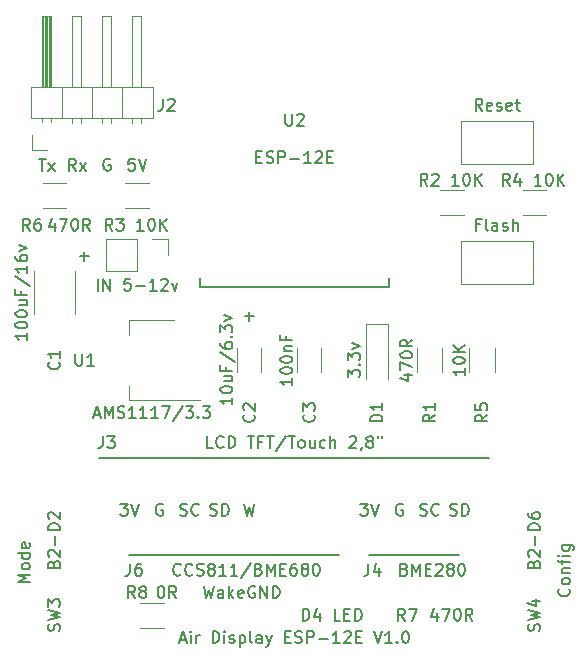
<source format=gto>
G04 #@! TF.FileFunction,Legend,Top*
%FSLAX46Y46*%
G04 Gerber Fmt 4.6, Leading zero omitted, Abs format (unit mm)*
G04 Created by KiCad (PCBNEW 4.0.7) date 05/23/18 23:06:23*
%MOMM*%
%LPD*%
G01*
G04 APERTURE LIST*
%ADD10C,0.100000*%
%ADD11C,0.150000*%
%ADD12C,0.200000*%
%ADD13C,0.120000*%
%ADD14C,0.152400*%
G04 APERTURE END LIST*
D10*
D11*
X-161472619Y29448333D02*
X-162472619Y29448333D01*
X-161758333Y29781667D01*
X-162472619Y30115000D01*
X-161472619Y30115000D01*
X-161472619Y30734047D02*
X-161520238Y30638809D01*
X-161567857Y30591190D01*
X-161663095Y30543571D01*
X-161948810Y30543571D01*
X-162044048Y30591190D01*
X-162091667Y30638809D01*
X-162139286Y30734047D01*
X-162139286Y30876905D01*
X-162091667Y30972143D01*
X-162044048Y31019762D01*
X-161948810Y31067381D01*
X-161663095Y31067381D01*
X-161567857Y31019762D01*
X-161520238Y30972143D01*
X-161472619Y30876905D01*
X-161472619Y30734047D01*
X-161472619Y31924524D02*
X-162472619Y31924524D01*
X-161520238Y31924524D02*
X-161472619Y31829286D01*
X-161472619Y31638809D01*
X-161520238Y31543571D01*
X-161567857Y31495952D01*
X-161663095Y31448333D01*
X-161948810Y31448333D01*
X-162044048Y31495952D01*
X-162091667Y31543571D01*
X-162139286Y31638809D01*
X-162139286Y31829286D01*
X-162091667Y31924524D01*
X-161520238Y32781667D02*
X-161472619Y32686429D01*
X-161472619Y32495952D01*
X-161520238Y32400714D01*
X-161615476Y32353095D01*
X-161996429Y32353095D01*
X-162091667Y32400714D01*
X-162139286Y32495952D01*
X-162139286Y32686429D01*
X-162091667Y32781667D01*
X-161996429Y32829286D01*
X-161901190Y32829286D01*
X-161805952Y32353095D01*
X-115847857Y28908572D02*
X-115800238Y28860953D01*
X-115752619Y28718096D01*
X-115752619Y28622858D01*
X-115800238Y28480000D01*
X-115895476Y28384762D01*
X-115990714Y28337143D01*
X-116181190Y28289524D01*
X-116324048Y28289524D01*
X-116514524Y28337143D01*
X-116609762Y28384762D01*
X-116705000Y28480000D01*
X-116752619Y28622858D01*
X-116752619Y28718096D01*
X-116705000Y28860953D01*
X-116657381Y28908572D01*
X-115752619Y29480000D02*
X-115800238Y29384762D01*
X-115847857Y29337143D01*
X-115943095Y29289524D01*
X-116228810Y29289524D01*
X-116324048Y29337143D01*
X-116371667Y29384762D01*
X-116419286Y29480000D01*
X-116419286Y29622858D01*
X-116371667Y29718096D01*
X-116324048Y29765715D01*
X-116228810Y29813334D01*
X-115943095Y29813334D01*
X-115847857Y29765715D01*
X-115800238Y29718096D01*
X-115752619Y29622858D01*
X-115752619Y29480000D01*
X-116419286Y30241905D02*
X-115752619Y30241905D01*
X-116324048Y30241905D02*
X-116371667Y30289524D01*
X-116419286Y30384762D01*
X-116419286Y30527620D01*
X-116371667Y30622858D01*
X-116276429Y30670477D01*
X-115752619Y30670477D01*
X-116419286Y31003810D02*
X-116419286Y31384762D01*
X-115752619Y31146667D02*
X-116609762Y31146667D01*
X-116705000Y31194286D01*
X-116752619Y31289524D01*
X-116752619Y31384762D01*
X-115752619Y31718096D02*
X-116419286Y31718096D01*
X-116752619Y31718096D02*
X-116705000Y31670477D01*
X-116657381Y31718096D01*
X-116705000Y31765715D01*
X-116752619Y31718096D01*
X-116657381Y31718096D01*
X-116419286Y32622858D02*
X-115609762Y32622858D01*
X-115514524Y32575239D01*
X-115466905Y32527620D01*
X-115419286Y32432381D01*
X-115419286Y32289524D01*
X-115466905Y32194286D01*
X-115800238Y32622858D02*
X-115752619Y32527620D01*
X-115752619Y32337143D01*
X-115800238Y32241905D01*
X-115847857Y32194286D01*
X-115943095Y32146667D01*
X-116228810Y32146667D01*
X-116324048Y32194286D01*
X-116371667Y32241905D01*
X-116419286Y32337143D01*
X-116419286Y32527620D01*
X-116371667Y32622858D01*
D12*
X-148755477Y24598333D02*
X-148279286Y24598333D01*
X-148850715Y24312619D02*
X-148517382Y25312619D01*
X-148184048Y24312619D01*
X-147850715Y24312619D02*
X-147850715Y24979286D01*
X-147850715Y25312619D02*
X-147898334Y25265000D01*
X-147850715Y25217381D01*
X-147803096Y25265000D01*
X-147850715Y25312619D01*
X-147850715Y25217381D01*
X-147374525Y24312619D02*
X-147374525Y24979286D01*
X-147374525Y24788810D02*
X-147326906Y24884048D01*
X-147279287Y24931667D01*
X-147184049Y24979286D01*
X-147088810Y24979286D01*
X-145993572Y24312619D02*
X-145993572Y25312619D01*
X-145755477Y25312619D01*
X-145612619Y25265000D01*
X-145517381Y25169762D01*
X-145469762Y25074524D01*
X-145422143Y24884048D01*
X-145422143Y24741190D01*
X-145469762Y24550714D01*
X-145517381Y24455476D01*
X-145612619Y24360238D01*
X-145755477Y24312619D01*
X-145993572Y24312619D01*
X-144993572Y24312619D02*
X-144993572Y24979286D01*
X-144993572Y25312619D02*
X-145041191Y25265000D01*
X-144993572Y25217381D01*
X-144945953Y25265000D01*
X-144993572Y25312619D01*
X-144993572Y25217381D01*
X-144565001Y24360238D02*
X-144469763Y24312619D01*
X-144279287Y24312619D01*
X-144184048Y24360238D01*
X-144136429Y24455476D01*
X-144136429Y24503095D01*
X-144184048Y24598333D01*
X-144279287Y24645952D01*
X-144422144Y24645952D01*
X-144517382Y24693571D01*
X-144565001Y24788810D01*
X-144565001Y24836429D01*
X-144517382Y24931667D01*
X-144422144Y24979286D01*
X-144279287Y24979286D01*
X-144184048Y24931667D01*
X-143707858Y24979286D02*
X-143707858Y23979286D01*
X-143707858Y24931667D02*
X-143612620Y24979286D01*
X-143422143Y24979286D01*
X-143326905Y24931667D01*
X-143279286Y24884048D01*
X-143231667Y24788810D01*
X-143231667Y24503095D01*
X-143279286Y24407857D01*
X-143326905Y24360238D01*
X-143422143Y24312619D01*
X-143612620Y24312619D01*
X-143707858Y24360238D01*
X-142660239Y24312619D02*
X-142755477Y24360238D01*
X-142803096Y24455476D01*
X-142803096Y25312619D01*
X-141850714Y24312619D02*
X-141850714Y24836429D01*
X-141898333Y24931667D01*
X-141993571Y24979286D01*
X-142184048Y24979286D01*
X-142279286Y24931667D01*
X-141850714Y24360238D02*
X-141945952Y24312619D01*
X-142184048Y24312619D01*
X-142279286Y24360238D01*
X-142326905Y24455476D01*
X-142326905Y24550714D01*
X-142279286Y24645952D01*
X-142184048Y24693571D01*
X-141945952Y24693571D01*
X-141850714Y24741190D01*
X-141469762Y24979286D02*
X-141231667Y24312619D01*
X-140993571Y24979286D02*
X-141231667Y24312619D01*
X-141326905Y24074524D01*
X-141374524Y24026905D01*
X-141469762Y23979286D01*
X-139850714Y24836429D02*
X-139517380Y24836429D01*
X-139374523Y24312619D02*
X-139850714Y24312619D01*
X-139850714Y25312619D01*
X-139374523Y25312619D01*
X-138993571Y24360238D02*
X-138850714Y24312619D01*
X-138612618Y24312619D01*
X-138517380Y24360238D01*
X-138469761Y24407857D01*
X-138422142Y24503095D01*
X-138422142Y24598333D01*
X-138469761Y24693571D01*
X-138517380Y24741190D01*
X-138612618Y24788810D01*
X-138803095Y24836429D01*
X-138898333Y24884048D01*
X-138945952Y24931667D01*
X-138993571Y25026905D01*
X-138993571Y25122143D01*
X-138945952Y25217381D01*
X-138898333Y25265000D01*
X-138803095Y25312619D01*
X-138564999Y25312619D01*
X-138422142Y25265000D01*
X-137993571Y24312619D02*
X-137993571Y25312619D01*
X-137612618Y25312619D01*
X-137517380Y25265000D01*
X-137469761Y25217381D01*
X-137422142Y25122143D01*
X-137422142Y24979286D01*
X-137469761Y24884048D01*
X-137517380Y24836429D01*
X-137612618Y24788810D01*
X-137993571Y24788810D01*
X-136993571Y24693571D02*
X-136231666Y24693571D01*
X-135231666Y24312619D02*
X-135803095Y24312619D01*
X-135517381Y24312619D02*
X-135517381Y25312619D01*
X-135612619Y25169762D01*
X-135707857Y25074524D01*
X-135803095Y25026905D01*
X-134850714Y25217381D02*
X-134803095Y25265000D01*
X-134707857Y25312619D01*
X-134469761Y25312619D01*
X-134374523Y25265000D01*
X-134326904Y25217381D01*
X-134279285Y25122143D01*
X-134279285Y25026905D01*
X-134326904Y24884048D01*
X-134898333Y24312619D01*
X-134279285Y24312619D01*
X-133850714Y24836429D02*
X-133517380Y24836429D01*
X-133374523Y24312619D02*
X-133850714Y24312619D01*
X-133850714Y25312619D01*
X-133374523Y25312619D01*
X-132326904Y25312619D02*
X-131993571Y24312619D01*
X-131660237Y25312619D01*
X-130803094Y24312619D02*
X-131374523Y24312619D01*
X-131088809Y24312619D02*
X-131088809Y25312619D01*
X-131184047Y25169762D01*
X-131279285Y25074524D01*
X-131374523Y25026905D01*
X-130374523Y24407857D02*
X-130326904Y24360238D01*
X-130374523Y24312619D01*
X-130422142Y24360238D01*
X-130374523Y24407857D01*
X-130374523Y24312619D01*
X-129707857Y25312619D02*
X-129612618Y25312619D01*
X-129517380Y25265000D01*
X-129469761Y25217381D01*
X-129422142Y25122143D01*
X-129374523Y24931667D01*
X-129374523Y24693571D01*
X-129422142Y24503095D01*
X-129469761Y24407857D01*
X-129517380Y24360238D01*
X-129612618Y24312619D01*
X-129707857Y24312619D01*
X-129803095Y24360238D01*
X-129850714Y24407857D01*
X-129898333Y24503095D01*
X-129945952Y24693571D01*
X-129945952Y24931667D01*
X-129898333Y25122143D01*
X-129850714Y25217381D01*
X-129803095Y25265000D01*
X-129707857Y25312619D01*
X-155575000Y40005000D02*
X-122555000Y40005000D01*
X-132715000Y31750000D02*
X-125095000Y31750000D01*
D11*
X-125880714Y35155238D02*
X-125737857Y35107619D01*
X-125499761Y35107619D01*
X-125404523Y35155238D01*
X-125356904Y35202857D01*
X-125309285Y35298095D01*
X-125309285Y35393333D01*
X-125356904Y35488571D01*
X-125404523Y35536190D01*
X-125499761Y35583810D01*
X-125690238Y35631429D01*
X-125785476Y35679048D01*
X-125833095Y35726667D01*
X-125880714Y35821905D01*
X-125880714Y35917143D01*
X-125833095Y36012381D01*
X-125785476Y36060000D01*
X-125690238Y36107619D01*
X-125452142Y36107619D01*
X-125309285Y36060000D01*
X-124880714Y35107619D02*
X-124880714Y36107619D01*
X-124642619Y36107619D01*
X-124499761Y36060000D01*
X-124404523Y35964762D01*
X-124356904Y35869524D01*
X-124309285Y35679048D01*
X-124309285Y35536190D01*
X-124356904Y35345714D01*
X-124404523Y35250476D01*
X-124499761Y35155238D01*
X-124642619Y35107619D01*
X-124880714Y35107619D01*
X-128420714Y35155238D02*
X-128277857Y35107619D01*
X-128039761Y35107619D01*
X-127944523Y35155238D01*
X-127896904Y35202857D01*
X-127849285Y35298095D01*
X-127849285Y35393333D01*
X-127896904Y35488571D01*
X-127944523Y35536190D01*
X-128039761Y35583810D01*
X-128230238Y35631429D01*
X-128325476Y35679048D01*
X-128373095Y35726667D01*
X-128420714Y35821905D01*
X-128420714Y35917143D01*
X-128373095Y36012381D01*
X-128325476Y36060000D01*
X-128230238Y36107619D01*
X-127992142Y36107619D01*
X-127849285Y36060000D01*
X-126849285Y35202857D02*
X-126896904Y35155238D01*
X-127039761Y35107619D01*
X-127134999Y35107619D01*
X-127277857Y35155238D01*
X-127373095Y35250476D01*
X-127420714Y35345714D01*
X-127468333Y35536190D01*
X-127468333Y35679048D01*
X-127420714Y35869524D01*
X-127373095Y35964762D01*
X-127277857Y36060000D01*
X-127134999Y36107619D01*
X-127039761Y36107619D01*
X-126896904Y36060000D01*
X-126849285Y36012381D01*
X-129913095Y36060000D02*
X-130008333Y36107619D01*
X-130151190Y36107619D01*
X-130294048Y36060000D01*
X-130389286Y35964762D01*
X-130436905Y35869524D01*
X-130484524Y35679048D01*
X-130484524Y35536190D01*
X-130436905Y35345714D01*
X-130389286Y35250476D01*
X-130294048Y35155238D01*
X-130151190Y35107619D01*
X-130055952Y35107619D01*
X-129913095Y35155238D01*
X-129865476Y35202857D01*
X-129865476Y35536190D01*
X-130055952Y35536190D01*
X-133476905Y36107619D02*
X-132857857Y36107619D01*
X-133191191Y35726667D01*
X-133048333Y35726667D01*
X-132953095Y35679048D01*
X-132905476Y35631429D01*
X-132857857Y35536190D01*
X-132857857Y35298095D01*
X-132905476Y35202857D01*
X-132953095Y35155238D01*
X-133048333Y35107619D01*
X-133334048Y35107619D01*
X-133429286Y35155238D01*
X-133476905Y35202857D01*
X-132572143Y36107619D02*
X-132238810Y35107619D01*
X-131905476Y36107619D01*
X-143303571Y36107619D02*
X-143065476Y35107619D01*
X-142874999Y35821905D01*
X-142684523Y35107619D01*
X-142446428Y36107619D01*
X-146200714Y35155238D02*
X-146057857Y35107619D01*
X-145819761Y35107619D01*
X-145724523Y35155238D01*
X-145676904Y35202857D01*
X-145629285Y35298095D01*
X-145629285Y35393333D01*
X-145676904Y35488571D01*
X-145724523Y35536190D01*
X-145819761Y35583810D01*
X-146010238Y35631429D01*
X-146105476Y35679048D01*
X-146153095Y35726667D01*
X-146200714Y35821905D01*
X-146200714Y35917143D01*
X-146153095Y36012381D01*
X-146105476Y36060000D01*
X-146010238Y36107619D01*
X-145772142Y36107619D01*
X-145629285Y36060000D01*
X-145200714Y35107619D02*
X-145200714Y36107619D01*
X-144962619Y36107619D01*
X-144819761Y36060000D01*
X-144724523Y35964762D01*
X-144676904Y35869524D01*
X-144629285Y35679048D01*
X-144629285Y35536190D01*
X-144676904Y35345714D01*
X-144724523Y35250476D01*
X-144819761Y35155238D01*
X-144962619Y35107619D01*
X-145200714Y35107619D01*
X-148740714Y35155238D02*
X-148597857Y35107619D01*
X-148359761Y35107619D01*
X-148264523Y35155238D01*
X-148216904Y35202857D01*
X-148169285Y35298095D01*
X-148169285Y35393333D01*
X-148216904Y35488571D01*
X-148264523Y35536190D01*
X-148359761Y35583810D01*
X-148550238Y35631429D01*
X-148645476Y35679048D01*
X-148693095Y35726667D01*
X-148740714Y35821905D01*
X-148740714Y35917143D01*
X-148693095Y36012381D01*
X-148645476Y36060000D01*
X-148550238Y36107619D01*
X-148312142Y36107619D01*
X-148169285Y36060000D01*
X-147169285Y35202857D02*
X-147216904Y35155238D01*
X-147359761Y35107619D01*
X-147454999Y35107619D01*
X-147597857Y35155238D01*
X-147693095Y35250476D01*
X-147740714Y35345714D01*
X-147788333Y35536190D01*
X-147788333Y35679048D01*
X-147740714Y35869524D01*
X-147693095Y35964762D01*
X-147597857Y36060000D01*
X-147454999Y36107619D01*
X-147359761Y36107619D01*
X-147216904Y36060000D01*
X-147169285Y36012381D01*
X-153796905Y36107619D02*
X-153177857Y36107619D01*
X-153511191Y35726667D01*
X-153368333Y35726667D01*
X-153273095Y35679048D01*
X-153225476Y35631429D01*
X-153177857Y35536190D01*
X-153177857Y35298095D01*
X-153225476Y35202857D01*
X-153273095Y35155238D01*
X-153368333Y35107619D01*
X-153654048Y35107619D01*
X-153749286Y35155238D01*
X-153796905Y35202857D01*
X-152892143Y36107619D02*
X-152558810Y35107619D01*
X-152225476Y36107619D01*
X-150233095Y36060000D02*
X-150328333Y36107619D01*
X-150471190Y36107619D01*
X-150614048Y36060000D01*
X-150709286Y35964762D01*
X-150756905Y35869524D01*
X-150804524Y35679048D01*
X-150804524Y35536190D01*
X-150756905Y35345714D01*
X-150709286Y35250476D01*
X-150614048Y35155238D01*
X-150471190Y35107619D01*
X-150375952Y35107619D01*
X-150233095Y35155238D01*
X-150185476Y35202857D01*
X-150185476Y35536190D01*
X-150375952Y35536190D01*
D12*
X-135255000Y31750000D02*
X-153035000Y31750000D01*
D11*
X-143255952Y51998571D02*
X-142494047Y51998571D01*
X-142874999Y51617619D02*
X-142874999Y52379524D01*
X-157225952Y57078571D02*
X-156464047Y57078571D01*
X-156844999Y56697619D02*
X-156844999Y57459524D01*
X-152590476Y65317619D02*
X-153066667Y65317619D01*
X-153114286Y64841429D01*
X-153066667Y64889048D01*
X-152971429Y64936667D01*
X-152733333Y64936667D01*
X-152638095Y64889048D01*
X-152590476Y64841429D01*
X-152542857Y64746190D01*
X-152542857Y64508095D01*
X-152590476Y64412857D01*
X-152638095Y64365238D01*
X-152733333Y64317619D01*
X-152971429Y64317619D01*
X-153066667Y64365238D01*
X-153114286Y64412857D01*
X-152257143Y65317619D02*
X-151923810Y64317619D01*
X-151590476Y65317619D01*
X-154678095Y65270000D02*
X-154773333Y65317619D01*
X-154916190Y65317619D01*
X-155059048Y65270000D01*
X-155154286Y65174762D01*
X-155201905Y65079524D01*
X-155249524Y64889048D01*
X-155249524Y64746190D01*
X-155201905Y64555714D01*
X-155154286Y64460476D01*
X-155059048Y64365238D01*
X-154916190Y64317619D01*
X-154820952Y64317619D01*
X-154678095Y64365238D01*
X-154630476Y64412857D01*
X-154630476Y64746190D01*
X-154820952Y64746190D01*
X-157575238Y64317619D02*
X-157908572Y64793810D01*
X-158146667Y64317619D02*
X-158146667Y65317619D01*
X-157765714Y65317619D01*
X-157670476Y65270000D01*
X-157622857Y65222381D01*
X-157575238Y65127143D01*
X-157575238Y64984286D01*
X-157622857Y64889048D01*
X-157670476Y64841429D01*
X-157765714Y64793810D01*
X-158146667Y64793810D01*
X-157241905Y64317619D02*
X-156718095Y64984286D01*
X-157241905Y64984286D02*
X-156718095Y64317619D01*
X-160710476Y65317619D02*
X-160139047Y65317619D01*
X-160424762Y64317619D02*
X-160424762Y65317619D01*
X-159900952Y64317619D02*
X-159377142Y64984286D01*
X-159900952Y64984286D02*
X-159377142Y64317619D01*
D13*
X-136775000Y47260000D02*
X-136775000Y49260000D01*
X-138815000Y49260000D02*
X-138815000Y47260000D01*
X-131130000Y51360000D02*
X-133030000Y51360000D01*
X-133030000Y51360000D02*
X-133030000Y46660000D01*
X-131130000Y51360000D02*
X-131130000Y46660000D01*
X-128705000Y47260000D02*
X-128705000Y49260000D01*
X-126565000Y49260000D02*
X-126565000Y47260000D01*
X-126730000Y62665000D02*
X-124730000Y62665000D01*
X-124730000Y60525000D02*
X-126730000Y60525000D01*
X-151400000Y61160000D02*
X-153400000Y61160000D01*
X-153400000Y63300000D02*
X-151400000Y63300000D01*
X-119745000Y62665000D02*
X-117745000Y62665000D01*
X-117745000Y60525000D02*
X-119745000Y60525000D01*
X-122120000Y49260000D02*
X-122120000Y47260000D01*
X-124260000Y47260000D02*
X-124260000Y49260000D01*
X-118860000Y64865000D02*
X-124980000Y64865000D01*
X-124980000Y64865000D02*
X-124980000Y68485000D01*
X-124980000Y68485000D02*
X-118860000Y68485000D01*
X-118860000Y68485000D02*
X-118860000Y64865000D01*
X-118860000Y54705000D02*
X-124980000Y54705000D01*
X-124980000Y54705000D02*
X-124980000Y58325000D01*
X-124980000Y58325000D02*
X-118860000Y58325000D01*
X-118860000Y58325000D02*
X-118860000Y54705000D01*
X-153040000Y51670000D02*
X-153040000Y50410000D01*
X-153040000Y44850000D02*
X-153040000Y46110000D01*
X-149280000Y51670000D02*
X-153040000Y51670000D01*
X-147030000Y44850000D02*
X-153040000Y44850000D01*
X-157655000Y52175000D02*
X-157655000Y55775000D01*
X-161115000Y55775000D02*
X-161115000Y52175000D01*
X-141855000Y47260000D02*
X-141855000Y49260000D01*
X-143895000Y49260000D02*
X-143895000Y47260000D01*
X-158385000Y61160000D02*
X-160385000Y61160000D01*
X-160385000Y63300000D02*
X-158385000Y63300000D01*
D14*
X-147026000Y55191000D02*
X-147026000Y54429000D01*
X-147026000Y54429000D02*
X-131024000Y54429000D01*
X-131024000Y54429000D02*
X-131024000Y55191000D01*
D13*
X-161350000Y68750000D02*
X-151070000Y68750000D01*
X-151070000Y68750000D02*
X-151070000Y71410000D01*
X-151070000Y71410000D02*
X-161350000Y71410000D01*
X-161350000Y71410000D02*
X-161350000Y68750000D01*
X-160400000Y71410000D02*
X-160400000Y77410000D01*
X-160400000Y77410000D02*
X-159640000Y77410000D01*
X-159640000Y77410000D02*
X-159640000Y71410000D01*
X-160340000Y71410000D02*
X-160340000Y77410000D01*
X-160220000Y71410000D02*
X-160220000Y77410000D01*
X-160100000Y71410000D02*
X-160100000Y77410000D01*
X-159980000Y71410000D02*
X-159980000Y77410000D01*
X-159860000Y71410000D02*
X-159860000Y77410000D01*
X-159740000Y71410000D02*
X-159740000Y77410000D01*
X-160400000Y68420000D02*
X-160400000Y68750000D01*
X-159640000Y68420000D02*
X-159640000Y68750000D01*
X-158750000Y68750000D02*
X-158750000Y71410000D01*
X-157860000Y71410000D02*
X-157860000Y77410000D01*
X-157860000Y77410000D02*
X-157100000Y77410000D01*
X-157100000Y77410000D02*
X-157100000Y71410000D01*
X-157860000Y68352929D02*
X-157860000Y68750000D01*
X-157100000Y68352929D02*
X-157100000Y68750000D01*
X-156210000Y68750000D02*
X-156210000Y71410000D01*
X-155320000Y71410000D02*
X-155320000Y77410000D01*
X-155320000Y77410000D02*
X-154560000Y77410000D01*
X-154560000Y77410000D02*
X-154560000Y71410000D01*
X-155320000Y68352929D02*
X-155320000Y68750000D01*
X-154560000Y68352929D02*
X-154560000Y68750000D01*
X-153670000Y68750000D02*
X-153670000Y71410000D01*
X-152780000Y71410000D02*
X-152780000Y77410000D01*
X-152780000Y77410000D02*
X-152020000Y77410000D01*
X-152020000Y77410000D02*
X-152020000Y71410000D01*
X-152780000Y68352929D02*
X-152780000Y68750000D01*
X-152020000Y68352929D02*
X-152020000Y68750000D01*
X-160020000Y66040000D02*
X-161290000Y66040000D01*
X-161290000Y66040000D02*
X-161290000Y67310000D01*
X-155000000Y58480000D02*
X-155000000Y55820000D01*
X-152400000Y58480000D02*
X-155000000Y58480000D01*
X-152400000Y55820000D02*
X-155000000Y55820000D01*
X-152400000Y58480000D02*
X-152400000Y55820000D01*
X-151130000Y58480000D02*
X-149800000Y58480000D01*
X-149800000Y58480000D02*
X-149800000Y57150000D01*
X-152130000Y27740000D02*
X-150130000Y27740000D01*
X-150130000Y25600000D02*
X-152130000Y25600000D01*
D11*
X-132794333Y31027619D02*
X-132794333Y30313333D01*
X-132841953Y30170476D01*
X-132937191Y30075238D01*
X-133080048Y30027619D01*
X-133175286Y30027619D01*
X-131889571Y30694286D02*
X-131889571Y30027619D01*
X-132127667Y31075238D02*
X-132365762Y30360952D01*
X-131746714Y30360952D01*
X-129761952Y30551429D02*
X-129619095Y30503810D01*
X-129571476Y30456190D01*
X-129523857Y30360952D01*
X-129523857Y30218095D01*
X-129571476Y30122857D01*
X-129619095Y30075238D01*
X-129714333Y30027619D01*
X-130095286Y30027619D01*
X-130095286Y31027619D01*
X-129761952Y31027619D01*
X-129666714Y30980000D01*
X-129619095Y30932381D01*
X-129571476Y30837143D01*
X-129571476Y30741905D01*
X-129619095Y30646667D01*
X-129666714Y30599048D01*
X-129761952Y30551429D01*
X-130095286Y30551429D01*
X-129095286Y30027619D02*
X-129095286Y31027619D01*
X-128761952Y30313333D01*
X-128428619Y31027619D01*
X-128428619Y30027619D01*
X-127952429Y30551429D02*
X-127619095Y30551429D01*
X-127476238Y30027619D02*
X-127952429Y30027619D01*
X-127952429Y31027619D01*
X-127476238Y31027619D01*
X-127095286Y30932381D02*
X-127047667Y30980000D01*
X-126952429Y31027619D01*
X-126714333Y31027619D01*
X-126619095Y30980000D01*
X-126571476Y30932381D01*
X-126523857Y30837143D01*
X-126523857Y30741905D01*
X-126571476Y30599048D01*
X-127142905Y30027619D01*
X-126523857Y30027619D01*
X-125952429Y30599048D02*
X-126047667Y30646667D01*
X-126095286Y30694286D01*
X-126142905Y30789524D01*
X-126142905Y30837143D01*
X-126095286Y30932381D01*
X-126047667Y30980000D01*
X-125952429Y31027619D01*
X-125761952Y31027619D01*
X-125666714Y30980000D01*
X-125619095Y30932381D01*
X-125571476Y30837143D01*
X-125571476Y30789524D01*
X-125619095Y30694286D01*
X-125666714Y30646667D01*
X-125761952Y30599048D01*
X-125952429Y30599048D01*
X-126047667Y30551429D01*
X-126095286Y30503810D01*
X-126142905Y30408571D01*
X-126142905Y30218095D01*
X-126095286Y30122857D01*
X-126047667Y30075238D01*
X-125952429Y30027619D01*
X-125761952Y30027619D01*
X-125666714Y30075238D01*
X-125619095Y30122857D01*
X-125571476Y30218095D01*
X-125571476Y30408571D01*
X-125619095Y30503810D01*
X-125666714Y30551429D01*
X-125761952Y30599048D01*
X-124952429Y31027619D02*
X-124857190Y31027619D01*
X-124761952Y30980000D01*
X-124714333Y30932381D01*
X-124666714Y30837143D01*
X-124619095Y30646667D01*
X-124619095Y30408571D01*
X-124666714Y30218095D01*
X-124714333Y30122857D01*
X-124761952Y30075238D01*
X-124857190Y30027619D01*
X-124952429Y30027619D01*
X-125047667Y30075238D01*
X-125095286Y30122857D01*
X-125142905Y30218095D01*
X-125190524Y30408571D01*
X-125190524Y30646667D01*
X-125142905Y30837143D01*
X-125095286Y30932381D01*
X-125047667Y30980000D01*
X-124952429Y31027619D01*
X-137437857Y43648334D02*
X-137390238Y43600715D01*
X-137342619Y43457858D01*
X-137342619Y43362620D01*
X-137390238Y43219762D01*
X-137485476Y43124524D01*
X-137580714Y43076905D01*
X-137771190Y43029286D01*
X-137914048Y43029286D01*
X-138104524Y43076905D01*
X-138199762Y43124524D01*
X-138295000Y43219762D01*
X-138342619Y43362620D01*
X-138342619Y43457858D01*
X-138295000Y43600715D01*
X-138247381Y43648334D01*
X-138342619Y43981667D02*
X-138342619Y44600715D01*
X-137961667Y44267381D01*
X-137961667Y44410239D01*
X-137914048Y44505477D01*
X-137866429Y44553096D01*
X-137771190Y44600715D01*
X-137533095Y44600715D01*
X-137437857Y44553096D01*
X-137390238Y44505477D01*
X-137342619Y44410239D01*
X-137342619Y44124524D01*
X-137390238Y44029286D01*
X-137437857Y43981667D01*
X-139247619Y46712381D02*
X-139247619Y46140952D01*
X-139247619Y46426666D02*
X-140247619Y46426666D01*
X-140104762Y46331428D01*
X-140009524Y46236190D01*
X-139961905Y46140952D01*
X-140247619Y47331428D02*
X-140247619Y47426667D01*
X-140200000Y47521905D01*
X-140152381Y47569524D01*
X-140057143Y47617143D01*
X-139866667Y47664762D01*
X-139628571Y47664762D01*
X-139438095Y47617143D01*
X-139342857Y47569524D01*
X-139295238Y47521905D01*
X-139247619Y47426667D01*
X-139247619Y47331428D01*
X-139295238Y47236190D01*
X-139342857Y47188571D01*
X-139438095Y47140952D01*
X-139628571Y47093333D01*
X-139866667Y47093333D01*
X-140057143Y47140952D01*
X-140152381Y47188571D01*
X-140200000Y47236190D01*
X-140247619Y47331428D01*
X-140247619Y48283809D02*
X-140247619Y48379048D01*
X-140200000Y48474286D01*
X-140152381Y48521905D01*
X-140057143Y48569524D01*
X-139866667Y48617143D01*
X-139628571Y48617143D01*
X-139438095Y48569524D01*
X-139342857Y48521905D01*
X-139295238Y48474286D01*
X-139247619Y48379048D01*
X-139247619Y48283809D01*
X-139295238Y48188571D01*
X-139342857Y48140952D01*
X-139438095Y48093333D01*
X-139628571Y48045714D01*
X-139866667Y48045714D01*
X-140057143Y48093333D01*
X-140152381Y48140952D01*
X-140200000Y48188571D01*
X-140247619Y48283809D01*
X-139914286Y49045714D02*
X-139247619Y49045714D01*
X-139819048Y49045714D02*
X-139866667Y49093333D01*
X-139914286Y49188571D01*
X-139914286Y49331429D01*
X-139866667Y49426667D01*
X-139771429Y49474286D01*
X-139247619Y49474286D01*
X-139771429Y50283810D02*
X-139771429Y49950476D01*
X-139247619Y49950476D02*
X-140247619Y49950476D01*
X-140247619Y50426667D01*
X-131627619Y43076905D02*
X-132627619Y43076905D01*
X-132627619Y43315000D01*
X-132580000Y43457858D01*
X-132484762Y43553096D01*
X-132389524Y43600715D01*
X-132199048Y43648334D01*
X-132056190Y43648334D01*
X-131865714Y43600715D01*
X-131770476Y43553096D01*
X-131675238Y43457858D01*
X-131627619Y43315000D01*
X-131627619Y43076905D01*
X-131627619Y44600715D02*
X-131627619Y44029286D01*
X-131627619Y44315000D02*
X-132627619Y44315000D01*
X-132484762Y44219762D01*
X-132389524Y44124524D01*
X-132341905Y44029286D01*
X-134532619Y46831429D02*
X-134532619Y47450477D01*
X-134151667Y47117143D01*
X-134151667Y47260001D01*
X-134104048Y47355239D01*
X-134056429Y47402858D01*
X-133961190Y47450477D01*
X-133723095Y47450477D01*
X-133627857Y47402858D01*
X-133580238Y47355239D01*
X-133532619Y47260001D01*
X-133532619Y46974286D01*
X-133580238Y46879048D01*
X-133627857Y46831429D01*
X-133627857Y47879048D02*
X-133580238Y47926667D01*
X-133532619Y47879048D01*
X-133580238Y47831429D01*
X-133627857Y47879048D01*
X-133532619Y47879048D01*
X-134532619Y48260000D02*
X-134532619Y48879048D01*
X-134151667Y48545714D01*
X-134151667Y48688572D01*
X-134104048Y48783810D01*
X-134056429Y48831429D01*
X-133961190Y48879048D01*
X-133723095Y48879048D01*
X-133627857Y48831429D01*
X-133580238Y48783810D01*
X-133532619Y48688572D01*
X-133532619Y48402857D01*
X-133580238Y48307619D01*
X-133627857Y48260000D01*
X-134199286Y49212381D02*
X-133532619Y49450476D01*
X-134199286Y49688572D01*
X-127182619Y43648334D02*
X-127658810Y43315000D01*
X-127182619Y43076905D02*
X-128182619Y43076905D01*
X-128182619Y43457858D01*
X-128135000Y43553096D01*
X-128087381Y43600715D01*
X-127992143Y43648334D01*
X-127849286Y43648334D01*
X-127754048Y43600715D01*
X-127706429Y43553096D01*
X-127658810Y43457858D01*
X-127658810Y43076905D01*
X-127182619Y44600715D02*
X-127182619Y44029286D01*
X-127182619Y44315000D02*
X-128182619Y44315000D01*
X-128039762Y44219762D01*
X-127944524Y44124524D01*
X-127896905Y44029286D01*
X-129754286Y46998096D02*
X-129087619Y46998096D01*
X-130135238Y46760000D02*
X-129420952Y46521905D01*
X-129420952Y47140953D01*
X-130087619Y47426667D02*
X-130087619Y48093334D01*
X-129087619Y47664762D01*
X-130087619Y48664762D02*
X-130087619Y48760001D01*
X-130040000Y48855239D01*
X-129992381Y48902858D01*
X-129897143Y48950477D01*
X-129706667Y48998096D01*
X-129468571Y48998096D01*
X-129278095Y48950477D01*
X-129182857Y48902858D01*
X-129135238Y48855239D01*
X-129087619Y48760001D01*
X-129087619Y48664762D01*
X-129135238Y48569524D01*
X-129182857Y48521905D01*
X-129278095Y48474286D01*
X-129468571Y48426667D01*
X-129706667Y48426667D01*
X-129897143Y48474286D01*
X-129992381Y48521905D01*
X-130040000Y48569524D01*
X-130087619Y48664762D01*
X-129087619Y49998096D02*
X-129563810Y49664762D01*
X-129087619Y49426667D02*
X-130087619Y49426667D01*
X-130087619Y49807620D01*
X-130040000Y49902858D01*
X-129992381Y49950477D01*
X-129897143Y49998096D01*
X-129754286Y49998096D01*
X-129659048Y49950477D01*
X-129611429Y49902858D01*
X-129563810Y49807620D01*
X-129563810Y49426667D01*
X-127801666Y63047619D02*
X-128135000Y63523810D01*
X-128373095Y63047619D02*
X-128373095Y64047619D01*
X-127992142Y64047619D01*
X-127896904Y64000000D01*
X-127849285Y63952381D01*
X-127801666Y63857143D01*
X-127801666Y63714286D01*
X-127849285Y63619048D01*
X-127896904Y63571429D01*
X-127992142Y63523810D01*
X-128373095Y63523810D01*
X-127420714Y63952381D02*
X-127373095Y64000000D01*
X-127277857Y64047619D01*
X-127039761Y64047619D01*
X-126944523Y64000000D01*
X-126896904Y63952381D01*
X-126849285Y63857143D01*
X-126849285Y63761905D01*
X-126896904Y63619048D01*
X-127468333Y63047619D01*
X-126849285Y63047619D01*
X-125150476Y63047619D02*
X-125721905Y63047619D01*
X-125436191Y63047619D02*
X-125436191Y64047619D01*
X-125531429Y63904762D01*
X-125626667Y63809524D01*
X-125721905Y63761905D01*
X-124531429Y64047619D02*
X-124436190Y64047619D01*
X-124340952Y64000000D01*
X-124293333Y63952381D01*
X-124245714Y63857143D01*
X-124198095Y63666667D01*
X-124198095Y63428571D01*
X-124245714Y63238095D01*
X-124293333Y63142857D01*
X-124340952Y63095238D01*
X-124436190Y63047619D01*
X-124531429Y63047619D01*
X-124626667Y63095238D01*
X-124674286Y63142857D01*
X-124721905Y63238095D01*
X-124769524Y63428571D01*
X-124769524Y63666667D01*
X-124721905Y63857143D01*
X-124674286Y63952381D01*
X-124626667Y64000000D01*
X-124531429Y64047619D01*
X-123769524Y63047619D02*
X-123769524Y64047619D01*
X-123198095Y63047619D02*
X-123626667Y63619048D01*
X-123198095Y64047619D02*
X-123769524Y63476190D01*
X-154471666Y59237619D02*
X-154805000Y59713810D01*
X-155043095Y59237619D02*
X-155043095Y60237619D01*
X-154662142Y60237619D01*
X-154566904Y60190000D01*
X-154519285Y60142381D01*
X-154471666Y60047143D01*
X-154471666Y59904286D01*
X-154519285Y59809048D01*
X-154566904Y59761429D01*
X-154662142Y59713810D01*
X-155043095Y59713810D01*
X-154138333Y60237619D02*
X-153519285Y60237619D01*
X-153852619Y59856667D01*
X-153709761Y59856667D01*
X-153614523Y59809048D01*
X-153566904Y59761429D01*
X-153519285Y59666190D01*
X-153519285Y59428095D01*
X-153566904Y59332857D01*
X-153614523Y59285238D01*
X-153709761Y59237619D01*
X-153995476Y59237619D01*
X-154090714Y59285238D01*
X-154138333Y59332857D01*
X-151820476Y59237619D02*
X-152391905Y59237619D01*
X-152106191Y59237619D02*
X-152106191Y60237619D01*
X-152201429Y60094762D01*
X-152296667Y59999524D01*
X-152391905Y59951905D01*
X-151201429Y60237619D02*
X-151106190Y60237619D01*
X-151010952Y60190000D01*
X-150963333Y60142381D01*
X-150915714Y60047143D01*
X-150868095Y59856667D01*
X-150868095Y59618571D01*
X-150915714Y59428095D01*
X-150963333Y59332857D01*
X-151010952Y59285238D01*
X-151106190Y59237619D01*
X-151201429Y59237619D01*
X-151296667Y59285238D01*
X-151344286Y59332857D01*
X-151391905Y59428095D01*
X-151439524Y59618571D01*
X-151439524Y59856667D01*
X-151391905Y60047143D01*
X-151344286Y60142381D01*
X-151296667Y60190000D01*
X-151201429Y60237619D01*
X-150439524Y59237619D02*
X-150439524Y60237619D01*
X-149868095Y59237619D02*
X-150296667Y59809048D01*
X-149868095Y60237619D02*
X-150439524Y59666190D01*
X-120816666Y63047619D02*
X-121150000Y63523810D01*
X-121388095Y63047619D02*
X-121388095Y64047619D01*
X-121007142Y64047619D01*
X-120911904Y64000000D01*
X-120864285Y63952381D01*
X-120816666Y63857143D01*
X-120816666Y63714286D01*
X-120864285Y63619048D01*
X-120911904Y63571429D01*
X-121007142Y63523810D01*
X-121388095Y63523810D01*
X-119959523Y63714286D02*
X-119959523Y63047619D01*
X-120197619Y64095238D02*
X-120435714Y63380952D01*
X-119816666Y63380952D01*
X-118165476Y63047619D02*
X-118736905Y63047619D01*
X-118451191Y63047619D02*
X-118451191Y64047619D01*
X-118546429Y63904762D01*
X-118641667Y63809524D01*
X-118736905Y63761905D01*
X-117546429Y64047619D02*
X-117451190Y64047619D01*
X-117355952Y64000000D01*
X-117308333Y63952381D01*
X-117260714Y63857143D01*
X-117213095Y63666667D01*
X-117213095Y63428571D01*
X-117260714Y63238095D01*
X-117308333Y63142857D01*
X-117355952Y63095238D01*
X-117451190Y63047619D01*
X-117546429Y63047619D01*
X-117641667Y63095238D01*
X-117689286Y63142857D01*
X-117736905Y63238095D01*
X-117784524Y63428571D01*
X-117784524Y63666667D01*
X-117736905Y63857143D01*
X-117689286Y63952381D01*
X-117641667Y64000000D01*
X-117546429Y64047619D01*
X-116784524Y63047619D02*
X-116784524Y64047619D01*
X-116213095Y63047619D02*
X-116641667Y63619048D01*
X-116213095Y64047619D02*
X-116784524Y63476190D01*
X-122737619Y43648334D02*
X-123213810Y43315000D01*
X-122737619Y43076905D02*
X-123737619Y43076905D01*
X-123737619Y43457858D01*
X-123690000Y43553096D01*
X-123642381Y43600715D01*
X-123547143Y43648334D01*
X-123404286Y43648334D01*
X-123309048Y43600715D01*
X-123261429Y43553096D01*
X-123213810Y43457858D01*
X-123213810Y43076905D01*
X-123737619Y44553096D02*
X-123737619Y44076905D01*
X-123261429Y44029286D01*
X-123309048Y44076905D01*
X-123356667Y44172143D01*
X-123356667Y44410239D01*
X-123309048Y44505477D01*
X-123261429Y44553096D01*
X-123166190Y44600715D01*
X-122928095Y44600715D01*
X-122832857Y44553096D01*
X-122785238Y44505477D01*
X-122737619Y44410239D01*
X-122737619Y44172143D01*
X-122785238Y44076905D01*
X-122832857Y44029286D01*
X-124642619Y47569524D02*
X-124642619Y46998095D01*
X-124642619Y47283809D02*
X-125642619Y47283809D01*
X-125499762Y47188571D01*
X-125404524Y47093333D01*
X-125356905Y46998095D01*
X-125642619Y48188571D02*
X-125642619Y48283810D01*
X-125595000Y48379048D01*
X-125547381Y48426667D01*
X-125452143Y48474286D01*
X-125261667Y48521905D01*
X-125023571Y48521905D01*
X-124833095Y48474286D01*
X-124737857Y48426667D01*
X-124690238Y48379048D01*
X-124642619Y48283810D01*
X-124642619Y48188571D01*
X-124690238Y48093333D01*
X-124737857Y48045714D01*
X-124833095Y47998095D01*
X-125023571Y47950476D01*
X-125261667Y47950476D01*
X-125452143Y47998095D01*
X-125547381Y48045714D01*
X-125595000Y48093333D01*
X-125642619Y48188571D01*
X-124642619Y48950476D02*
X-125642619Y48950476D01*
X-124642619Y49521905D02*
X-125214048Y49093333D01*
X-125642619Y49521905D02*
X-125071190Y48950476D01*
X-123158095Y69397619D02*
X-123491429Y69873810D01*
X-123729524Y69397619D02*
X-123729524Y70397619D01*
X-123348571Y70397619D01*
X-123253333Y70350000D01*
X-123205714Y70302381D01*
X-123158095Y70207143D01*
X-123158095Y70064286D01*
X-123205714Y69969048D01*
X-123253333Y69921429D01*
X-123348571Y69873810D01*
X-123729524Y69873810D01*
X-122348571Y69445238D02*
X-122443809Y69397619D01*
X-122634286Y69397619D01*
X-122729524Y69445238D01*
X-122777143Y69540476D01*
X-122777143Y69921429D01*
X-122729524Y70016667D01*
X-122634286Y70064286D01*
X-122443809Y70064286D01*
X-122348571Y70016667D01*
X-122300952Y69921429D01*
X-122300952Y69826190D01*
X-122777143Y69730952D01*
X-121920000Y69445238D02*
X-121824762Y69397619D01*
X-121634286Y69397619D01*
X-121539047Y69445238D01*
X-121491428Y69540476D01*
X-121491428Y69588095D01*
X-121539047Y69683333D01*
X-121634286Y69730952D01*
X-121777143Y69730952D01*
X-121872381Y69778571D01*
X-121920000Y69873810D01*
X-121920000Y69921429D01*
X-121872381Y70016667D01*
X-121777143Y70064286D01*
X-121634286Y70064286D01*
X-121539047Y70016667D01*
X-120681904Y69445238D02*
X-120777142Y69397619D01*
X-120967619Y69397619D01*
X-121062857Y69445238D01*
X-121110476Y69540476D01*
X-121110476Y69921429D01*
X-121062857Y70016667D01*
X-120967619Y70064286D01*
X-120777142Y70064286D01*
X-120681904Y70016667D01*
X-120634285Y69921429D01*
X-120634285Y69826190D01*
X-121110476Y69730952D01*
X-120348571Y70064286D02*
X-119967619Y70064286D01*
X-120205714Y70397619D02*
X-120205714Y69540476D01*
X-120158095Y69445238D01*
X-120062857Y69397619D01*
X-119967619Y69397619D01*
X-123348571Y59761429D02*
X-123681905Y59761429D01*
X-123681905Y59237619D02*
X-123681905Y60237619D01*
X-123205714Y60237619D01*
X-122681905Y59237619D02*
X-122777143Y59285238D01*
X-122824762Y59380476D01*
X-122824762Y60237619D01*
X-121872380Y59237619D02*
X-121872380Y59761429D01*
X-121919999Y59856667D01*
X-122015237Y59904286D01*
X-122205714Y59904286D01*
X-122300952Y59856667D01*
X-121872380Y59285238D02*
X-121967618Y59237619D01*
X-122205714Y59237619D01*
X-122300952Y59285238D01*
X-122348571Y59380476D01*
X-122348571Y59475714D01*
X-122300952Y59570952D01*
X-122205714Y59618571D01*
X-121967618Y59618571D01*
X-121872380Y59666190D01*
X-121443809Y59285238D02*
X-121348571Y59237619D01*
X-121158095Y59237619D01*
X-121062856Y59285238D01*
X-121015237Y59380476D01*
X-121015237Y59428095D01*
X-121062856Y59523333D01*
X-121158095Y59570952D01*
X-121300952Y59570952D01*
X-121396190Y59618571D01*
X-121443809Y59713810D01*
X-121443809Y59761429D01*
X-121396190Y59856667D01*
X-121300952Y59904286D01*
X-121158095Y59904286D01*
X-121062856Y59856667D01*
X-120586666Y59237619D02*
X-120586666Y60237619D01*
X-120158094Y59237619D02*
X-120158094Y59761429D01*
X-120205713Y59856667D01*
X-120300951Y59904286D01*
X-120443809Y59904286D01*
X-120539047Y59856667D01*
X-120586666Y59809048D01*
X-157606905Y48807619D02*
X-157606905Y47998095D01*
X-157559286Y47902857D01*
X-157511667Y47855238D01*
X-157416429Y47807619D01*
X-157225952Y47807619D01*
X-157130714Y47855238D01*
X-157083095Y47902857D01*
X-157035476Y47998095D01*
X-157035476Y48807619D01*
X-156035476Y47807619D02*
X-156606905Y47807619D01*
X-156321191Y47807619D02*
X-156321191Y48807619D01*
X-156416429Y48664762D01*
X-156511667Y48569524D01*
X-156606905Y48521905D01*
X-156034762Y43648333D02*
X-155558571Y43648333D01*
X-156130000Y43362619D02*
X-155796667Y44362619D01*
X-155463333Y43362619D01*
X-155130000Y43362619D02*
X-155130000Y44362619D01*
X-154796666Y43648333D01*
X-154463333Y44362619D01*
X-154463333Y43362619D01*
X-154034762Y43410238D02*
X-153891905Y43362619D01*
X-153653809Y43362619D01*
X-153558571Y43410238D01*
X-153510952Y43457857D01*
X-153463333Y43553095D01*
X-153463333Y43648333D01*
X-153510952Y43743571D01*
X-153558571Y43791190D01*
X-153653809Y43838810D01*
X-153844286Y43886429D01*
X-153939524Y43934048D01*
X-153987143Y43981667D01*
X-154034762Y44076905D01*
X-154034762Y44172143D01*
X-153987143Y44267381D01*
X-153939524Y44315000D01*
X-153844286Y44362619D01*
X-153606190Y44362619D01*
X-153463333Y44315000D01*
X-152510952Y43362619D02*
X-153082381Y43362619D01*
X-152796667Y43362619D02*
X-152796667Y44362619D01*
X-152891905Y44219762D01*
X-152987143Y44124524D01*
X-153082381Y44076905D01*
X-151558571Y43362619D02*
X-152130000Y43362619D01*
X-151844286Y43362619D02*
X-151844286Y44362619D01*
X-151939524Y44219762D01*
X-152034762Y44124524D01*
X-152130000Y44076905D01*
X-150606190Y43362619D02*
X-151177619Y43362619D01*
X-150891905Y43362619D02*
X-150891905Y44362619D01*
X-150987143Y44219762D01*
X-151082381Y44124524D01*
X-151177619Y44076905D01*
X-150272857Y44362619D02*
X-149606190Y44362619D01*
X-150034762Y43362619D01*
X-148510952Y44410238D02*
X-149368095Y43124524D01*
X-148272857Y44362619D02*
X-147653809Y44362619D01*
X-147987143Y43981667D01*
X-147844285Y43981667D01*
X-147749047Y43934048D01*
X-147701428Y43886429D01*
X-147653809Y43791190D01*
X-147653809Y43553095D01*
X-147701428Y43457857D01*
X-147749047Y43410238D01*
X-147844285Y43362619D01*
X-148130000Y43362619D01*
X-148225238Y43410238D01*
X-148272857Y43457857D01*
X-147225238Y43457857D02*
X-147177619Y43410238D01*
X-147225238Y43362619D01*
X-147272857Y43410238D01*
X-147225238Y43457857D01*
X-147225238Y43362619D01*
X-146844286Y44362619D02*
X-146225238Y44362619D01*
X-146558572Y43981667D01*
X-146415714Y43981667D01*
X-146320476Y43934048D01*
X-146272857Y43886429D01*
X-146225238Y43791190D01*
X-146225238Y43553095D01*
X-146272857Y43457857D01*
X-146320476Y43410238D01*
X-146415714Y43362619D01*
X-146701429Y43362619D01*
X-146796667Y43410238D01*
X-146844286Y43457857D01*
X-159027857Y48093334D02*
X-158980238Y48045715D01*
X-158932619Y47902858D01*
X-158932619Y47807620D01*
X-158980238Y47664762D01*
X-159075476Y47569524D01*
X-159170714Y47521905D01*
X-159361190Y47474286D01*
X-159504048Y47474286D01*
X-159694524Y47521905D01*
X-159789762Y47569524D01*
X-159885000Y47664762D01*
X-159932619Y47807620D01*
X-159932619Y47902858D01*
X-159885000Y48045715D01*
X-159837381Y48093334D01*
X-158932619Y49045715D02*
X-158932619Y48474286D01*
X-158932619Y48760000D02*
X-159932619Y48760000D01*
X-159789762Y48664762D01*
X-159694524Y48569524D01*
X-159646905Y48474286D01*
X-161682619Y50570238D02*
X-161682619Y49998809D01*
X-161682619Y50284523D02*
X-162682619Y50284523D01*
X-162539762Y50189285D01*
X-162444524Y50094047D01*
X-162396905Y49998809D01*
X-162682619Y51189285D02*
X-162682619Y51284524D01*
X-162635000Y51379762D01*
X-162587381Y51427381D01*
X-162492143Y51475000D01*
X-162301667Y51522619D01*
X-162063571Y51522619D01*
X-161873095Y51475000D01*
X-161777857Y51427381D01*
X-161730238Y51379762D01*
X-161682619Y51284524D01*
X-161682619Y51189285D01*
X-161730238Y51094047D01*
X-161777857Y51046428D01*
X-161873095Y50998809D01*
X-162063571Y50951190D01*
X-162301667Y50951190D01*
X-162492143Y50998809D01*
X-162587381Y51046428D01*
X-162635000Y51094047D01*
X-162682619Y51189285D01*
X-162682619Y52141666D02*
X-162682619Y52236905D01*
X-162635000Y52332143D01*
X-162587381Y52379762D01*
X-162492143Y52427381D01*
X-162301667Y52475000D01*
X-162063571Y52475000D01*
X-161873095Y52427381D01*
X-161777857Y52379762D01*
X-161730238Y52332143D01*
X-161682619Y52236905D01*
X-161682619Y52141666D01*
X-161730238Y52046428D01*
X-161777857Y51998809D01*
X-161873095Y51951190D01*
X-162063571Y51903571D01*
X-162301667Y51903571D01*
X-162492143Y51951190D01*
X-162587381Y51998809D01*
X-162635000Y52046428D01*
X-162682619Y52141666D01*
X-162349286Y53332143D02*
X-161682619Y53332143D01*
X-162349286Y52903571D02*
X-161825476Y52903571D01*
X-161730238Y52951190D01*
X-161682619Y53046428D01*
X-161682619Y53189286D01*
X-161730238Y53284524D01*
X-161777857Y53332143D01*
X-162206429Y54141667D02*
X-162206429Y53808333D01*
X-161682619Y53808333D02*
X-162682619Y53808333D01*
X-162682619Y54284524D01*
X-162730238Y55379762D02*
X-161444524Y54522619D01*
X-161682619Y56236905D02*
X-161682619Y55665476D01*
X-161682619Y55951190D02*
X-162682619Y55951190D01*
X-162539762Y55855952D01*
X-162444524Y55760714D01*
X-162396905Y55665476D01*
X-162682619Y57094048D02*
X-162682619Y56903571D01*
X-162635000Y56808333D01*
X-162587381Y56760714D01*
X-162444524Y56665476D01*
X-162254048Y56617857D01*
X-161873095Y56617857D01*
X-161777857Y56665476D01*
X-161730238Y56713095D01*
X-161682619Y56808333D01*
X-161682619Y56998810D01*
X-161730238Y57094048D01*
X-161777857Y57141667D01*
X-161873095Y57189286D01*
X-162111190Y57189286D01*
X-162206429Y57141667D01*
X-162254048Y57094048D01*
X-162301667Y56998810D01*
X-162301667Y56808333D01*
X-162254048Y56713095D01*
X-162206429Y56665476D01*
X-162111190Y56617857D01*
X-162349286Y57522619D02*
X-161682619Y57760714D01*
X-162349286Y57998810D01*
X-142517857Y43648334D02*
X-142470238Y43600715D01*
X-142422619Y43457858D01*
X-142422619Y43362620D01*
X-142470238Y43219762D01*
X-142565476Y43124524D01*
X-142660714Y43076905D01*
X-142851190Y43029286D01*
X-142994048Y43029286D01*
X-143184524Y43076905D01*
X-143279762Y43124524D01*
X-143375000Y43219762D01*
X-143422619Y43362620D01*
X-143422619Y43457858D01*
X-143375000Y43600715D01*
X-143327381Y43648334D01*
X-143327381Y44029286D02*
X-143375000Y44076905D01*
X-143422619Y44172143D01*
X-143422619Y44410239D01*
X-143375000Y44505477D01*
X-143327381Y44553096D01*
X-143232143Y44600715D01*
X-143136905Y44600715D01*
X-142994048Y44553096D01*
X-142422619Y43981667D01*
X-142422619Y44600715D01*
X-144327619Y45093334D02*
X-144327619Y44521905D01*
X-144327619Y44807619D02*
X-145327619Y44807619D01*
X-145184762Y44712381D01*
X-145089524Y44617143D01*
X-145041905Y44521905D01*
X-145327619Y45712381D02*
X-145327619Y45807620D01*
X-145280000Y45902858D01*
X-145232381Y45950477D01*
X-145137143Y45998096D01*
X-144946667Y46045715D01*
X-144708571Y46045715D01*
X-144518095Y45998096D01*
X-144422857Y45950477D01*
X-144375238Y45902858D01*
X-144327619Y45807620D01*
X-144327619Y45712381D01*
X-144375238Y45617143D01*
X-144422857Y45569524D01*
X-144518095Y45521905D01*
X-144708571Y45474286D01*
X-144946667Y45474286D01*
X-145137143Y45521905D01*
X-145232381Y45569524D01*
X-145280000Y45617143D01*
X-145327619Y45712381D01*
X-144994286Y46902858D02*
X-144327619Y46902858D01*
X-144994286Y46474286D02*
X-144470476Y46474286D01*
X-144375238Y46521905D01*
X-144327619Y46617143D01*
X-144327619Y46760001D01*
X-144375238Y46855239D01*
X-144422857Y46902858D01*
X-144851429Y47712382D02*
X-144851429Y47379048D01*
X-144327619Y47379048D02*
X-145327619Y47379048D01*
X-145327619Y47855239D01*
X-145375238Y48950477D02*
X-144089524Y48093334D01*
X-145327619Y49712382D02*
X-145327619Y49521905D01*
X-145280000Y49426667D01*
X-145232381Y49379048D01*
X-145089524Y49283810D01*
X-144899048Y49236191D01*
X-144518095Y49236191D01*
X-144422857Y49283810D01*
X-144375238Y49331429D01*
X-144327619Y49426667D01*
X-144327619Y49617144D01*
X-144375238Y49712382D01*
X-144422857Y49760001D01*
X-144518095Y49807620D01*
X-144756190Y49807620D01*
X-144851429Y49760001D01*
X-144899048Y49712382D01*
X-144946667Y49617144D01*
X-144946667Y49426667D01*
X-144899048Y49331429D01*
X-144851429Y49283810D01*
X-144756190Y49236191D01*
X-144422857Y50236191D02*
X-144375238Y50283810D01*
X-144327619Y50236191D01*
X-144375238Y50188572D01*
X-144422857Y50236191D01*
X-144327619Y50236191D01*
X-145327619Y50617143D02*
X-145327619Y51236191D01*
X-144946667Y50902857D01*
X-144946667Y51045715D01*
X-144899048Y51140953D01*
X-144851429Y51188572D01*
X-144756190Y51236191D01*
X-144518095Y51236191D01*
X-144422857Y51188572D01*
X-144375238Y51140953D01*
X-144327619Y51045715D01*
X-144327619Y50760000D01*
X-144375238Y50664762D01*
X-144422857Y50617143D01*
X-144994286Y51569524D02*
X-144327619Y51807619D01*
X-144994286Y52045715D01*
X-161456666Y59237619D02*
X-161790000Y59713810D01*
X-162028095Y59237619D02*
X-162028095Y60237619D01*
X-161647142Y60237619D01*
X-161551904Y60190000D01*
X-161504285Y60142381D01*
X-161456666Y60047143D01*
X-161456666Y59904286D01*
X-161504285Y59809048D01*
X-161551904Y59761429D01*
X-161647142Y59713810D01*
X-162028095Y59713810D01*
X-160599523Y60237619D02*
X-160790000Y60237619D01*
X-160885238Y60190000D01*
X-160932857Y60142381D01*
X-161028095Y59999524D01*
X-161075714Y59809048D01*
X-161075714Y59428095D01*
X-161028095Y59332857D01*
X-160980476Y59285238D01*
X-160885238Y59237619D01*
X-160694761Y59237619D01*
X-160599523Y59285238D01*
X-160551904Y59332857D01*
X-160504285Y59428095D01*
X-160504285Y59666190D01*
X-160551904Y59761429D01*
X-160599523Y59809048D01*
X-160694761Y59856667D01*
X-160885238Y59856667D01*
X-160980476Y59809048D01*
X-161028095Y59761429D01*
X-161075714Y59666190D01*
X-159376904Y59904286D02*
X-159376904Y59237619D01*
X-159615000Y60285238D02*
X-159853095Y59570952D01*
X-159234047Y59570952D01*
X-158948333Y60237619D02*
X-158281666Y60237619D01*
X-158710238Y59237619D01*
X-157710238Y60237619D02*
X-157614999Y60237619D01*
X-157519761Y60190000D01*
X-157472142Y60142381D01*
X-157424523Y60047143D01*
X-157376904Y59856667D01*
X-157376904Y59618571D01*
X-157424523Y59428095D01*
X-157472142Y59332857D01*
X-157519761Y59285238D01*
X-157614999Y59237619D01*
X-157710238Y59237619D01*
X-157805476Y59285238D01*
X-157853095Y59332857D01*
X-157900714Y59428095D01*
X-157948333Y59618571D01*
X-157948333Y59856667D01*
X-157900714Y60047143D01*
X-157853095Y60142381D01*
X-157805476Y60190000D01*
X-157710238Y60237619D01*
X-156376904Y59237619D02*
X-156710238Y59713810D01*
X-156948333Y59237619D02*
X-156948333Y60237619D01*
X-156567380Y60237619D01*
X-156472142Y60190000D01*
X-156424523Y60142381D01*
X-156376904Y60047143D01*
X-156376904Y59904286D01*
X-156424523Y59809048D01*
X-156472142Y59761429D01*
X-156567380Y59713810D01*
X-156948333Y59713810D01*
X-139826905Y69127619D02*
X-139826905Y68318095D01*
X-139779286Y68222857D01*
X-139731667Y68175238D01*
X-139636429Y68127619D01*
X-139445952Y68127619D01*
X-139350714Y68175238D01*
X-139303095Y68222857D01*
X-139255476Y68318095D01*
X-139255476Y69127619D01*
X-138826905Y69032381D02*
X-138779286Y69080000D01*
X-138684048Y69127619D01*
X-138445952Y69127619D01*
X-138350714Y69080000D01*
X-138303095Y69032381D01*
X-138255476Y68937143D01*
X-138255476Y68841905D01*
X-138303095Y68699048D01*
X-138874524Y68127619D01*
X-138255476Y68127619D01*
X-142279286Y65476429D02*
X-141945952Y65476429D01*
X-141803095Y64952619D02*
X-142279286Y64952619D01*
X-142279286Y65952619D01*
X-141803095Y65952619D01*
X-141422143Y65000238D02*
X-141279286Y64952619D01*
X-141041190Y64952619D01*
X-140945952Y65000238D01*
X-140898333Y65047857D01*
X-140850714Y65143095D01*
X-140850714Y65238333D01*
X-140898333Y65333571D01*
X-140945952Y65381190D01*
X-141041190Y65428810D01*
X-141231667Y65476429D01*
X-141326905Y65524048D01*
X-141374524Y65571667D01*
X-141422143Y65666905D01*
X-141422143Y65762143D01*
X-141374524Y65857381D01*
X-141326905Y65905000D01*
X-141231667Y65952619D01*
X-140993571Y65952619D01*
X-140850714Y65905000D01*
X-140422143Y64952619D02*
X-140422143Y65952619D01*
X-140041190Y65952619D01*
X-139945952Y65905000D01*
X-139898333Y65857381D01*
X-139850714Y65762143D01*
X-139850714Y65619286D01*
X-139898333Y65524048D01*
X-139945952Y65476429D01*
X-140041190Y65428810D01*
X-140422143Y65428810D01*
X-139422143Y65333571D02*
X-138660238Y65333571D01*
X-137660238Y64952619D02*
X-138231667Y64952619D01*
X-137945953Y64952619D02*
X-137945953Y65952619D01*
X-138041191Y65809762D01*
X-138136429Y65714524D01*
X-138231667Y65666905D01*
X-137279286Y65857381D02*
X-137231667Y65905000D01*
X-137136429Y65952619D01*
X-136898333Y65952619D01*
X-136803095Y65905000D01*
X-136755476Y65857381D01*
X-136707857Y65762143D01*
X-136707857Y65666905D01*
X-136755476Y65524048D01*
X-137326905Y64952619D01*
X-136707857Y64952619D01*
X-136279286Y65476429D02*
X-135945952Y65476429D01*
X-135803095Y64952619D02*
X-136279286Y64952619D01*
X-136279286Y65952619D01*
X-135803095Y65952619D01*
X-150193333Y70397619D02*
X-150193333Y69683333D01*
X-150240953Y69540476D01*
X-150336191Y69445238D01*
X-150479048Y69397619D01*
X-150574286Y69397619D01*
X-149764762Y70302381D02*
X-149717143Y70350000D01*
X-149621905Y70397619D01*
X-149383809Y70397619D01*
X-149288571Y70350000D01*
X-149240952Y70302381D01*
X-149193333Y70207143D01*
X-149193333Y70111905D01*
X-149240952Y69969048D01*
X-149812381Y69397619D01*
X-149193333Y69397619D01*
X-155733333Y54157619D02*
X-155733333Y55157619D01*
X-155257143Y54157619D02*
X-155257143Y55157619D01*
X-154685714Y54157619D01*
X-154685714Y55157619D01*
X-152971428Y55157619D02*
X-153447619Y55157619D01*
X-153495238Y54681429D01*
X-153447619Y54729048D01*
X-153352381Y54776667D01*
X-153114285Y54776667D01*
X-153019047Y54729048D01*
X-152971428Y54681429D01*
X-152923809Y54586190D01*
X-152923809Y54348095D01*
X-152971428Y54252857D01*
X-153019047Y54205238D01*
X-153114285Y54157619D01*
X-153352381Y54157619D01*
X-153447619Y54205238D01*
X-153495238Y54252857D01*
X-152495238Y54538571D02*
X-151733333Y54538571D01*
X-150733333Y54157619D02*
X-151304762Y54157619D01*
X-151019048Y54157619D02*
X-151019048Y55157619D01*
X-151114286Y55014762D01*
X-151209524Y54919524D01*
X-151304762Y54871905D01*
X-150352381Y55062381D02*
X-150304762Y55110000D01*
X-150209524Y55157619D01*
X-149971428Y55157619D01*
X-149876190Y55110000D01*
X-149828571Y55062381D01*
X-149780952Y54967143D01*
X-149780952Y54871905D01*
X-149828571Y54729048D01*
X-150400000Y54157619D01*
X-149780952Y54157619D01*
X-149447619Y54824286D02*
X-149209524Y54157619D01*
X-148971428Y54824286D01*
X-138366191Y26217619D02*
X-138366191Y27217619D01*
X-138128096Y27217619D01*
X-137985238Y27170000D01*
X-137890000Y27074762D01*
X-137842381Y26979524D01*
X-137794762Y26789048D01*
X-137794762Y26646190D01*
X-137842381Y26455714D01*
X-137890000Y26360476D01*
X-137985238Y26265238D01*
X-138128096Y26217619D01*
X-138366191Y26217619D01*
X-136937619Y26884286D02*
X-136937619Y26217619D01*
X-137175715Y27265238D02*
X-137413810Y26550952D01*
X-136794762Y26550952D01*
X-135175714Y26217619D02*
X-135651905Y26217619D01*
X-135651905Y27217619D01*
X-134842381Y26741429D02*
X-134509047Y26741429D01*
X-134366190Y26217619D02*
X-134842381Y26217619D01*
X-134842381Y27217619D01*
X-134366190Y27217619D01*
X-133937619Y26217619D02*
X-133937619Y27217619D01*
X-133699524Y27217619D01*
X-133556666Y27170000D01*
X-133461428Y27074762D01*
X-133413809Y26979524D01*
X-133366190Y26789048D01*
X-133366190Y26646190D01*
X-133413809Y26455714D01*
X-133461428Y26360476D01*
X-133556666Y26265238D01*
X-133699524Y26217619D01*
X-133937619Y26217619D01*
X-129706666Y26217619D02*
X-130040000Y26693810D01*
X-130278095Y26217619D02*
X-130278095Y27217619D01*
X-129897142Y27217619D01*
X-129801904Y27170000D01*
X-129754285Y27122381D01*
X-129706666Y27027143D01*
X-129706666Y26884286D01*
X-129754285Y26789048D01*
X-129801904Y26741429D01*
X-129897142Y26693810D01*
X-130278095Y26693810D01*
X-129373333Y27217619D02*
X-128706666Y27217619D01*
X-129135238Y26217619D01*
X-126991904Y26884286D02*
X-126991904Y26217619D01*
X-127230000Y27265238D02*
X-127468095Y26550952D01*
X-126849047Y26550952D01*
X-126563333Y27217619D02*
X-125896666Y27217619D01*
X-126325238Y26217619D01*
X-125325238Y27217619D02*
X-125229999Y27217619D01*
X-125134761Y27170000D01*
X-125087142Y27122381D01*
X-125039523Y27027143D01*
X-124991904Y26836667D01*
X-124991904Y26598571D01*
X-125039523Y26408095D01*
X-125087142Y26312857D01*
X-125134761Y26265238D01*
X-125229999Y26217619D01*
X-125325238Y26217619D01*
X-125420476Y26265238D01*
X-125468095Y26312857D01*
X-125515714Y26408095D01*
X-125563333Y26598571D01*
X-125563333Y26836667D01*
X-125515714Y27027143D01*
X-125468095Y27122381D01*
X-125420476Y27170000D01*
X-125325238Y27217619D01*
X-123991904Y26217619D02*
X-124325238Y26693810D01*
X-124563333Y26217619D02*
X-124563333Y27217619D01*
X-124182380Y27217619D01*
X-124087142Y27170000D01*
X-124039523Y27122381D01*
X-123991904Y27027143D01*
X-123991904Y26884286D01*
X-124039523Y26789048D01*
X-124087142Y26741429D01*
X-124182380Y26693810D01*
X-124563333Y26693810D01*
X-155273333Y41822619D02*
X-155273333Y41108333D01*
X-155320953Y40965476D01*
X-155416191Y40870238D01*
X-155559048Y40822619D01*
X-155654286Y40822619D01*
X-154892381Y41822619D02*
X-154273333Y41822619D01*
X-154606667Y41441667D01*
X-154463809Y41441667D01*
X-154368571Y41394048D01*
X-154320952Y41346429D01*
X-154273333Y41251190D01*
X-154273333Y41013095D01*
X-154320952Y40917857D01*
X-154368571Y40870238D01*
X-154463809Y40822619D01*
X-154749524Y40822619D01*
X-154844762Y40870238D01*
X-154892381Y40917857D01*
X-145969762Y40822619D02*
X-146445953Y40822619D01*
X-146445953Y41822619D01*
X-145065000Y40917857D02*
X-145112619Y40870238D01*
X-145255476Y40822619D01*
X-145350714Y40822619D01*
X-145493572Y40870238D01*
X-145588810Y40965476D01*
X-145636429Y41060714D01*
X-145684048Y41251190D01*
X-145684048Y41394048D01*
X-145636429Y41584524D01*
X-145588810Y41679762D01*
X-145493572Y41775000D01*
X-145350714Y41822619D01*
X-145255476Y41822619D01*
X-145112619Y41775000D01*
X-145065000Y41727381D01*
X-144636429Y40822619D02*
X-144636429Y41822619D01*
X-144398334Y41822619D01*
X-144255476Y41775000D01*
X-144160238Y41679762D01*
X-144112619Y41584524D01*
X-144065000Y41394048D01*
X-144065000Y41251190D01*
X-144112619Y41060714D01*
X-144160238Y40965476D01*
X-144255476Y40870238D01*
X-144398334Y40822619D01*
X-144636429Y40822619D01*
X-143017381Y41822619D02*
X-142445952Y41822619D01*
X-142731667Y40822619D02*
X-142731667Y41822619D01*
X-141779285Y41346429D02*
X-142112619Y41346429D01*
X-142112619Y40822619D02*
X-142112619Y41822619D01*
X-141636428Y41822619D01*
X-141398333Y41822619D02*
X-140826904Y41822619D01*
X-141112619Y40822619D02*
X-141112619Y41822619D01*
X-139779285Y41870238D02*
X-140636428Y40584524D01*
X-139588809Y41822619D02*
X-139017380Y41822619D01*
X-139303095Y40822619D02*
X-139303095Y41822619D01*
X-138541190Y40822619D02*
X-138636428Y40870238D01*
X-138684047Y40917857D01*
X-138731666Y41013095D01*
X-138731666Y41298810D01*
X-138684047Y41394048D01*
X-138636428Y41441667D01*
X-138541190Y41489286D01*
X-138398332Y41489286D01*
X-138303094Y41441667D01*
X-138255475Y41394048D01*
X-138207856Y41298810D01*
X-138207856Y41013095D01*
X-138255475Y40917857D01*
X-138303094Y40870238D01*
X-138398332Y40822619D01*
X-138541190Y40822619D01*
X-137350713Y41489286D02*
X-137350713Y40822619D01*
X-137779285Y41489286D02*
X-137779285Y40965476D01*
X-137731666Y40870238D01*
X-137636428Y40822619D01*
X-137493570Y40822619D01*
X-137398332Y40870238D01*
X-137350713Y40917857D01*
X-136445951Y40870238D02*
X-136541189Y40822619D01*
X-136731666Y40822619D01*
X-136826904Y40870238D01*
X-136874523Y40917857D01*
X-136922142Y41013095D01*
X-136922142Y41298810D01*
X-136874523Y41394048D01*
X-136826904Y41441667D01*
X-136731666Y41489286D01*
X-136541189Y41489286D01*
X-136445951Y41441667D01*
X-136017380Y40822619D02*
X-136017380Y41822619D01*
X-135588808Y40822619D02*
X-135588808Y41346429D01*
X-135636427Y41441667D01*
X-135731665Y41489286D01*
X-135874523Y41489286D01*
X-135969761Y41441667D01*
X-136017380Y41394048D01*
X-134398332Y41727381D02*
X-134350713Y41775000D01*
X-134255475Y41822619D01*
X-134017379Y41822619D01*
X-133922141Y41775000D01*
X-133874522Y41727381D01*
X-133826903Y41632143D01*
X-133826903Y41536905D01*
X-133874522Y41394048D01*
X-134445951Y40822619D01*
X-133826903Y40822619D01*
X-133350713Y40870238D02*
X-133350713Y40822619D01*
X-133398332Y40727381D01*
X-133445951Y40679762D01*
X-132779285Y41394048D02*
X-132874523Y41441667D01*
X-132922142Y41489286D01*
X-132969761Y41584524D01*
X-132969761Y41632143D01*
X-132922142Y41727381D01*
X-132874523Y41775000D01*
X-132779285Y41822619D01*
X-132588808Y41822619D01*
X-132493570Y41775000D01*
X-132445951Y41727381D01*
X-132398332Y41632143D01*
X-132398332Y41584524D01*
X-132445951Y41489286D01*
X-132493570Y41441667D01*
X-132588808Y41394048D01*
X-132779285Y41394048D01*
X-132874523Y41346429D01*
X-132922142Y41298810D01*
X-132969761Y41203571D01*
X-132969761Y41013095D01*
X-132922142Y40917857D01*
X-132874523Y40870238D01*
X-132779285Y40822619D01*
X-132588808Y40822619D01*
X-132493570Y40870238D01*
X-132445951Y40917857D01*
X-132398332Y41013095D01*
X-132398332Y41203571D01*
X-132445951Y41298810D01*
X-132493570Y41346429D01*
X-132588808Y41394048D01*
X-132017380Y41822619D02*
X-132017380Y41632143D01*
X-131636427Y41822619D02*
X-131636427Y41632143D01*
X-152566666Y28122619D02*
X-152900000Y28598810D01*
X-153138095Y28122619D02*
X-153138095Y29122619D01*
X-152757142Y29122619D01*
X-152661904Y29075000D01*
X-152614285Y29027381D01*
X-152566666Y28932143D01*
X-152566666Y28789286D01*
X-152614285Y28694048D01*
X-152661904Y28646429D01*
X-152757142Y28598810D01*
X-153138095Y28598810D01*
X-151995238Y28694048D02*
X-152090476Y28741667D01*
X-152138095Y28789286D01*
X-152185714Y28884524D01*
X-152185714Y28932143D01*
X-152138095Y29027381D01*
X-152090476Y29075000D01*
X-151995238Y29122619D01*
X-151804761Y29122619D01*
X-151709523Y29075000D01*
X-151661904Y29027381D01*
X-151614285Y28932143D01*
X-151614285Y28884524D01*
X-151661904Y28789286D01*
X-151709523Y28741667D01*
X-151804761Y28694048D01*
X-151995238Y28694048D01*
X-152090476Y28646429D01*
X-152138095Y28598810D01*
X-152185714Y28503571D01*
X-152185714Y28313095D01*
X-152138095Y28217857D01*
X-152090476Y28170238D01*
X-151995238Y28122619D01*
X-151804761Y28122619D01*
X-151709523Y28170238D01*
X-151661904Y28217857D01*
X-151614285Y28313095D01*
X-151614285Y28503571D01*
X-151661904Y28598810D01*
X-151709523Y28646429D01*
X-151804761Y28694048D01*
X-150407619Y29122619D02*
X-150312380Y29122619D01*
X-150217142Y29075000D01*
X-150169523Y29027381D01*
X-150121904Y28932143D01*
X-150074285Y28741667D01*
X-150074285Y28503571D01*
X-150121904Y28313095D01*
X-150169523Y28217857D01*
X-150217142Y28170238D01*
X-150312380Y28122619D01*
X-150407619Y28122619D01*
X-150502857Y28170238D01*
X-150550476Y28217857D01*
X-150598095Y28313095D01*
X-150645714Y28503571D01*
X-150645714Y28741667D01*
X-150598095Y28932143D01*
X-150550476Y29027381D01*
X-150502857Y29075000D01*
X-150407619Y29122619D01*
X-149074285Y28122619D02*
X-149407619Y28598810D01*
X-149645714Y28122619D02*
X-149645714Y29122619D01*
X-149264761Y29122619D01*
X-149169523Y29075000D01*
X-149121904Y29027381D01*
X-149074285Y28932143D01*
X-149074285Y28789286D01*
X-149121904Y28694048D01*
X-149169523Y28646429D01*
X-149264761Y28598810D01*
X-149645714Y28598810D01*
X-158980238Y25336667D02*
X-158932619Y25479524D01*
X-158932619Y25717620D01*
X-158980238Y25812858D01*
X-159027857Y25860477D01*
X-159123095Y25908096D01*
X-159218333Y25908096D01*
X-159313571Y25860477D01*
X-159361190Y25812858D01*
X-159408810Y25717620D01*
X-159456429Y25527143D01*
X-159504048Y25431905D01*
X-159551667Y25384286D01*
X-159646905Y25336667D01*
X-159742143Y25336667D01*
X-159837381Y25384286D01*
X-159885000Y25431905D01*
X-159932619Y25527143D01*
X-159932619Y25765239D01*
X-159885000Y25908096D01*
X-159932619Y26241429D02*
X-158932619Y26479524D01*
X-159646905Y26670001D01*
X-158932619Y26860477D01*
X-159932619Y27098572D01*
X-159932619Y27384286D02*
X-159932619Y28003334D01*
X-159551667Y27670000D01*
X-159551667Y27812858D01*
X-159504048Y27908096D01*
X-159456429Y27955715D01*
X-159361190Y28003334D01*
X-159123095Y28003334D01*
X-159027857Y27955715D01*
X-158980238Y27908096D01*
X-158932619Y27812858D01*
X-158932619Y27527143D01*
X-158980238Y27431905D01*
X-159027857Y27384286D01*
X-159456429Y31020001D02*
X-159408810Y31162858D01*
X-159361190Y31210477D01*
X-159265952Y31258096D01*
X-159123095Y31258096D01*
X-159027857Y31210477D01*
X-158980238Y31162858D01*
X-158932619Y31067620D01*
X-158932619Y30686667D01*
X-159932619Y30686667D01*
X-159932619Y31020001D01*
X-159885000Y31115239D01*
X-159837381Y31162858D01*
X-159742143Y31210477D01*
X-159646905Y31210477D01*
X-159551667Y31162858D01*
X-159504048Y31115239D01*
X-159456429Y31020001D01*
X-159456429Y30686667D01*
X-159837381Y31639048D02*
X-159885000Y31686667D01*
X-159932619Y31781905D01*
X-159932619Y32020001D01*
X-159885000Y32115239D01*
X-159837381Y32162858D01*
X-159742143Y32210477D01*
X-159646905Y32210477D01*
X-159504048Y32162858D01*
X-158932619Y31591429D01*
X-158932619Y32210477D01*
X-159313571Y32639048D02*
X-159313571Y33400953D01*
X-158932619Y33877143D02*
X-159932619Y33877143D01*
X-159932619Y34115238D01*
X-159885000Y34258096D01*
X-159789762Y34353334D01*
X-159694524Y34400953D01*
X-159504048Y34448572D01*
X-159361190Y34448572D01*
X-159170714Y34400953D01*
X-159075476Y34353334D01*
X-158980238Y34258096D01*
X-158932619Y34115238D01*
X-158932619Y33877143D01*
X-159837381Y34829524D02*
X-159885000Y34877143D01*
X-159932619Y34972381D01*
X-159932619Y35210477D01*
X-159885000Y35305715D01*
X-159837381Y35353334D01*
X-159742143Y35400953D01*
X-159646905Y35400953D01*
X-159504048Y35353334D01*
X-158932619Y34781905D01*
X-158932619Y35400953D01*
X-118340238Y25336667D02*
X-118292619Y25479524D01*
X-118292619Y25717620D01*
X-118340238Y25812858D01*
X-118387857Y25860477D01*
X-118483095Y25908096D01*
X-118578333Y25908096D01*
X-118673571Y25860477D01*
X-118721190Y25812858D01*
X-118768810Y25717620D01*
X-118816429Y25527143D01*
X-118864048Y25431905D01*
X-118911667Y25384286D01*
X-119006905Y25336667D01*
X-119102143Y25336667D01*
X-119197381Y25384286D01*
X-119245000Y25431905D01*
X-119292619Y25527143D01*
X-119292619Y25765239D01*
X-119245000Y25908096D01*
X-119292619Y26241429D02*
X-118292619Y26479524D01*
X-119006905Y26670001D01*
X-118292619Y26860477D01*
X-119292619Y27098572D01*
X-118959286Y27908096D02*
X-118292619Y27908096D01*
X-119340238Y27670000D02*
X-118625952Y27431905D01*
X-118625952Y28050953D01*
X-118816429Y31020001D02*
X-118768810Y31162858D01*
X-118721190Y31210477D01*
X-118625952Y31258096D01*
X-118483095Y31258096D01*
X-118387857Y31210477D01*
X-118340238Y31162858D01*
X-118292619Y31067620D01*
X-118292619Y30686667D01*
X-119292619Y30686667D01*
X-119292619Y31020001D01*
X-119245000Y31115239D01*
X-119197381Y31162858D01*
X-119102143Y31210477D01*
X-119006905Y31210477D01*
X-118911667Y31162858D01*
X-118864048Y31115239D01*
X-118816429Y31020001D01*
X-118816429Y30686667D01*
X-119197381Y31639048D02*
X-119245000Y31686667D01*
X-119292619Y31781905D01*
X-119292619Y32020001D01*
X-119245000Y32115239D01*
X-119197381Y32162858D01*
X-119102143Y32210477D01*
X-119006905Y32210477D01*
X-118864048Y32162858D01*
X-118292619Y31591429D01*
X-118292619Y32210477D01*
X-118673571Y32639048D02*
X-118673571Y33400953D01*
X-118292619Y33877143D02*
X-119292619Y33877143D01*
X-119292619Y34115238D01*
X-119245000Y34258096D01*
X-119149762Y34353334D01*
X-119054524Y34400953D01*
X-118864048Y34448572D01*
X-118721190Y34448572D01*
X-118530714Y34400953D01*
X-118435476Y34353334D01*
X-118340238Y34258096D01*
X-118292619Y34115238D01*
X-118292619Y33877143D01*
X-119292619Y35305715D02*
X-119292619Y35115238D01*
X-119245000Y35020000D01*
X-119197381Y34972381D01*
X-119054524Y34877143D01*
X-118864048Y34829524D01*
X-118483095Y34829524D01*
X-118387857Y34877143D01*
X-118340238Y34924762D01*
X-118292619Y35020000D01*
X-118292619Y35210477D01*
X-118340238Y35305715D01*
X-118387857Y35353334D01*
X-118483095Y35400953D01*
X-118721190Y35400953D01*
X-118816429Y35353334D01*
X-118864048Y35305715D01*
X-118911667Y35210477D01*
X-118911667Y35020000D01*
X-118864048Y34924762D01*
X-118816429Y34877143D01*
X-118721190Y34829524D01*
X-146748095Y29122619D02*
X-146510000Y28122619D01*
X-146319523Y28836905D01*
X-146129047Y28122619D01*
X-145890952Y29122619D01*
X-145081428Y28122619D02*
X-145081428Y28646429D01*
X-145129047Y28741667D01*
X-145224285Y28789286D01*
X-145414762Y28789286D01*
X-145510000Y28741667D01*
X-145081428Y28170238D02*
X-145176666Y28122619D01*
X-145414762Y28122619D01*
X-145510000Y28170238D01*
X-145557619Y28265476D01*
X-145557619Y28360714D01*
X-145510000Y28455952D01*
X-145414762Y28503571D01*
X-145176666Y28503571D01*
X-145081428Y28551190D01*
X-144605238Y28122619D02*
X-144605238Y29122619D01*
X-144510000Y28503571D02*
X-144224285Y28122619D01*
X-144224285Y28789286D02*
X-144605238Y28408333D01*
X-143414761Y28170238D02*
X-143509999Y28122619D01*
X-143700476Y28122619D01*
X-143795714Y28170238D01*
X-143843333Y28265476D01*
X-143843333Y28646429D01*
X-143795714Y28741667D01*
X-143700476Y28789286D01*
X-143509999Y28789286D01*
X-143414761Y28741667D01*
X-143367142Y28646429D01*
X-143367142Y28551190D01*
X-143843333Y28455952D01*
X-142414761Y29075000D02*
X-142509999Y29122619D01*
X-142652856Y29122619D01*
X-142795714Y29075000D01*
X-142890952Y28979762D01*
X-142938571Y28884524D01*
X-142986190Y28694048D01*
X-142986190Y28551190D01*
X-142938571Y28360714D01*
X-142890952Y28265476D01*
X-142795714Y28170238D01*
X-142652856Y28122619D01*
X-142557618Y28122619D01*
X-142414761Y28170238D01*
X-142367142Y28217857D01*
X-142367142Y28551190D01*
X-142557618Y28551190D01*
X-141938571Y28122619D02*
X-141938571Y29122619D01*
X-141367142Y28122619D01*
X-141367142Y29122619D01*
X-140890952Y28122619D02*
X-140890952Y29122619D01*
X-140652857Y29122619D01*
X-140509999Y29075000D01*
X-140414761Y28979762D01*
X-140367142Y28884524D01*
X-140319523Y28694048D01*
X-140319523Y28551190D01*
X-140367142Y28360714D01*
X-140414761Y28265476D01*
X-140509999Y28170238D01*
X-140652857Y28122619D01*
X-140890952Y28122619D01*
X-152987333Y31027619D02*
X-152987333Y30313333D01*
X-153034953Y30170476D01*
X-153130191Y30075238D01*
X-153273048Y30027619D01*
X-153368286Y30027619D01*
X-152082571Y31027619D02*
X-152273048Y31027619D01*
X-152368286Y30980000D01*
X-152415905Y30932381D01*
X-152511143Y30789524D01*
X-152558762Y30599048D01*
X-152558762Y30218095D01*
X-152511143Y30122857D01*
X-152463524Y30075238D01*
X-152368286Y30027619D01*
X-152177809Y30027619D01*
X-152082571Y30075238D01*
X-152034952Y30122857D01*
X-151987333Y30218095D01*
X-151987333Y30456190D01*
X-152034952Y30551429D01*
X-152082571Y30599048D01*
X-152177809Y30646667D01*
X-152368286Y30646667D01*
X-152463524Y30599048D01*
X-152511143Y30551429D01*
X-152558762Y30456190D01*
X-148700428Y30122857D02*
X-148748047Y30075238D01*
X-148890904Y30027619D01*
X-148986142Y30027619D01*
X-149129000Y30075238D01*
X-149224238Y30170476D01*
X-149271857Y30265714D01*
X-149319476Y30456190D01*
X-149319476Y30599048D01*
X-149271857Y30789524D01*
X-149224238Y30884762D01*
X-149129000Y30980000D01*
X-148986142Y31027619D01*
X-148890904Y31027619D01*
X-148748047Y30980000D01*
X-148700428Y30932381D01*
X-147700428Y30122857D02*
X-147748047Y30075238D01*
X-147890904Y30027619D01*
X-147986142Y30027619D01*
X-148129000Y30075238D01*
X-148224238Y30170476D01*
X-148271857Y30265714D01*
X-148319476Y30456190D01*
X-148319476Y30599048D01*
X-148271857Y30789524D01*
X-148224238Y30884762D01*
X-148129000Y30980000D01*
X-147986142Y31027619D01*
X-147890904Y31027619D01*
X-147748047Y30980000D01*
X-147700428Y30932381D01*
X-147319476Y30075238D02*
X-147176619Y30027619D01*
X-146938523Y30027619D01*
X-146843285Y30075238D01*
X-146795666Y30122857D01*
X-146748047Y30218095D01*
X-146748047Y30313333D01*
X-146795666Y30408571D01*
X-146843285Y30456190D01*
X-146938523Y30503810D01*
X-147129000Y30551429D01*
X-147224238Y30599048D01*
X-147271857Y30646667D01*
X-147319476Y30741905D01*
X-147319476Y30837143D01*
X-147271857Y30932381D01*
X-147224238Y30980000D01*
X-147129000Y31027619D01*
X-146890904Y31027619D01*
X-146748047Y30980000D01*
X-146176619Y30599048D02*
X-146271857Y30646667D01*
X-146319476Y30694286D01*
X-146367095Y30789524D01*
X-146367095Y30837143D01*
X-146319476Y30932381D01*
X-146271857Y30980000D01*
X-146176619Y31027619D01*
X-145986142Y31027619D01*
X-145890904Y30980000D01*
X-145843285Y30932381D01*
X-145795666Y30837143D01*
X-145795666Y30789524D01*
X-145843285Y30694286D01*
X-145890904Y30646667D01*
X-145986142Y30599048D01*
X-146176619Y30599048D01*
X-146271857Y30551429D01*
X-146319476Y30503810D01*
X-146367095Y30408571D01*
X-146367095Y30218095D01*
X-146319476Y30122857D01*
X-146271857Y30075238D01*
X-146176619Y30027619D01*
X-145986142Y30027619D01*
X-145890904Y30075238D01*
X-145843285Y30122857D01*
X-145795666Y30218095D01*
X-145795666Y30408571D01*
X-145843285Y30503810D01*
X-145890904Y30551429D01*
X-145986142Y30599048D01*
X-144843285Y30027619D02*
X-145414714Y30027619D01*
X-145129000Y30027619D02*
X-145129000Y31027619D01*
X-145224238Y30884762D01*
X-145319476Y30789524D01*
X-145414714Y30741905D01*
X-143890904Y30027619D02*
X-144462333Y30027619D01*
X-144176619Y30027619D02*
X-144176619Y31027619D01*
X-144271857Y30884762D01*
X-144367095Y30789524D01*
X-144462333Y30741905D01*
X-142748047Y31075238D02*
X-143605190Y29789524D01*
X-142081380Y30551429D02*
X-141938523Y30503810D01*
X-141890904Y30456190D01*
X-141843285Y30360952D01*
X-141843285Y30218095D01*
X-141890904Y30122857D01*
X-141938523Y30075238D01*
X-142033761Y30027619D01*
X-142414714Y30027619D01*
X-142414714Y31027619D01*
X-142081380Y31027619D01*
X-141986142Y30980000D01*
X-141938523Y30932381D01*
X-141890904Y30837143D01*
X-141890904Y30741905D01*
X-141938523Y30646667D01*
X-141986142Y30599048D01*
X-142081380Y30551429D01*
X-142414714Y30551429D01*
X-141414714Y30027619D02*
X-141414714Y31027619D01*
X-141081380Y30313333D01*
X-140748047Y31027619D01*
X-140748047Y30027619D01*
X-140271857Y30551429D02*
X-139938523Y30551429D01*
X-139795666Y30027619D02*
X-140271857Y30027619D01*
X-140271857Y31027619D01*
X-139795666Y31027619D01*
X-138938523Y31027619D02*
X-139129000Y31027619D01*
X-139224238Y30980000D01*
X-139271857Y30932381D01*
X-139367095Y30789524D01*
X-139414714Y30599048D01*
X-139414714Y30218095D01*
X-139367095Y30122857D01*
X-139319476Y30075238D01*
X-139224238Y30027619D01*
X-139033761Y30027619D01*
X-138938523Y30075238D01*
X-138890904Y30122857D01*
X-138843285Y30218095D01*
X-138843285Y30456190D01*
X-138890904Y30551429D01*
X-138938523Y30599048D01*
X-139033761Y30646667D01*
X-139224238Y30646667D01*
X-139319476Y30599048D01*
X-139367095Y30551429D01*
X-139414714Y30456190D01*
X-138271857Y30599048D02*
X-138367095Y30646667D01*
X-138414714Y30694286D01*
X-138462333Y30789524D01*
X-138462333Y30837143D01*
X-138414714Y30932381D01*
X-138367095Y30980000D01*
X-138271857Y31027619D01*
X-138081380Y31027619D01*
X-137986142Y30980000D01*
X-137938523Y30932381D01*
X-137890904Y30837143D01*
X-137890904Y30789524D01*
X-137938523Y30694286D01*
X-137986142Y30646667D01*
X-138081380Y30599048D01*
X-138271857Y30599048D01*
X-138367095Y30551429D01*
X-138414714Y30503810D01*
X-138462333Y30408571D01*
X-138462333Y30218095D01*
X-138414714Y30122857D01*
X-138367095Y30075238D01*
X-138271857Y30027619D01*
X-138081380Y30027619D01*
X-137986142Y30075238D01*
X-137938523Y30122857D01*
X-137890904Y30218095D01*
X-137890904Y30408571D01*
X-137938523Y30503810D01*
X-137986142Y30551429D01*
X-138081380Y30599048D01*
X-137271857Y31027619D02*
X-137176618Y31027619D01*
X-137081380Y30980000D01*
X-137033761Y30932381D01*
X-136986142Y30837143D01*
X-136938523Y30646667D01*
X-136938523Y30408571D01*
X-136986142Y30218095D01*
X-137033761Y30122857D01*
X-137081380Y30075238D01*
X-137176618Y30027619D01*
X-137271857Y30027619D01*
X-137367095Y30075238D01*
X-137414714Y30122857D01*
X-137462333Y30218095D01*
X-137509952Y30408571D01*
X-137509952Y30646667D01*
X-137462333Y30837143D01*
X-137414714Y30932381D01*
X-137367095Y30980000D01*
X-137271857Y31027619D01*
M02*

</source>
